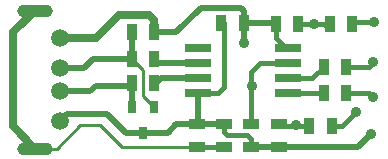
<source format=gbr>
G04 #@! TF.FileFunction,Copper,L1,Top,Signal*
%FSLAX46Y46*%
G04 Gerber Fmt 4.6, Leading zero omitted, Abs format (unit mm)*
G04 Created by KiCad (PCBNEW 4.0.1-3.201512221402+6198~38~ubuntu14.04.1-stable) date Tue 02 Feb 2016 05:40:22 PM CET*
%MOMM*%
G01*
G04 APERTURE LIST*
%ADD10C,0.020000*%
%ADD11C,1.500000*%
%ADD12O,3.000000X1.100000*%
%ADD13R,0.889000X1.397000*%
%ADD14R,0.800100X1.000760*%
%ADD15R,1.397000X0.889000*%
%ADD16R,2.200000X0.700000*%
%ADD17C,0.900000*%
%ADD18C,0.508000*%
%ADD19C,0.381000*%
%ADD20C,0.635000*%
%ADD21C,0.254000*%
G04 APERTURE END LIST*
D10*
D11*
X142969000Y-178857000D03*
X142969000Y-181357000D03*
X142969000Y-183357000D03*
X142969000Y-185857000D03*
D12*
X140869000Y-176507000D03*
X140869000Y-188207000D03*
D13*
X158521500Y-177557000D03*
X156616500Y-177557000D03*
D14*
X149969000Y-186856820D03*
X149016500Y-184657180D03*
X150921500Y-184657180D03*
D13*
X150921500Y-178357000D03*
X149016500Y-178357000D03*
X149016500Y-180607000D03*
X150921500Y-180607000D03*
X149016500Y-182657000D03*
X150921500Y-182657000D03*
D15*
X159131000Y-186118500D03*
X159131000Y-188023500D03*
D13*
X161216500Y-177657000D03*
X163121500Y-177657000D03*
X165766500Y-177607000D03*
X167671500Y-177607000D03*
X165952500Y-186250000D03*
X164047500Y-186250000D03*
D15*
X161469000Y-186154500D03*
X161469000Y-188059500D03*
X154559000Y-188023500D03*
X154559000Y-186118500D03*
D16*
X154659000Y-179702000D03*
X154659000Y-180972000D03*
X154659000Y-182242000D03*
X154659000Y-183512000D03*
X162279000Y-183512000D03*
X162279000Y-182242000D03*
X162279000Y-180972000D03*
X162279000Y-179702000D03*
D15*
X156845000Y-188023500D03*
X156845000Y-186118500D03*
D13*
X165297500Y-183500000D03*
X167202500Y-183500000D03*
X165297500Y-181250000D03*
X167202500Y-181250000D03*
D17*
X158500000Y-179250000D03*
X169250000Y-187000000D03*
X159169000Y-182857000D03*
X162900000Y-186200000D03*
X164469000Y-177657000D03*
X169500000Y-177500000D03*
X167969000Y-185107000D03*
X169469000Y-183857000D03*
X169469000Y-180857000D03*
D18*
X158500000Y-179250000D02*
X158500000Y-177578500D01*
D19*
X158500000Y-177578500D02*
X158521500Y-177557000D01*
X162279000Y-179702000D02*
X162114000Y-179702000D01*
X162114000Y-179702000D02*
X161216500Y-178804500D01*
X161216500Y-178804500D02*
X161216500Y-177657000D01*
D18*
X158521500Y-177557000D02*
X161116500Y-177557000D01*
D19*
X161116500Y-177557000D02*
X161216500Y-177657000D01*
D18*
X158521500Y-177557000D02*
X158521500Y-176509500D01*
X152769000Y-178357000D02*
X150921500Y-178357000D01*
X154869000Y-176257000D02*
X152769000Y-178357000D01*
X158269000Y-176257000D02*
X154869000Y-176257000D01*
X158521500Y-176509500D02*
X158269000Y-176257000D01*
X162279000Y-179702000D02*
X161414000Y-179702000D01*
D19*
X162421500Y-179559500D02*
X162279000Y-179702000D01*
D20*
X142969000Y-178857000D02*
X145969000Y-178857000D01*
X150921500Y-177309500D02*
X150921500Y-178357000D01*
X150469000Y-176857000D02*
X150921500Y-177309500D01*
X147969000Y-176857000D02*
X150469000Y-176857000D01*
X145969000Y-178857000D02*
X147969000Y-176857000D01*
D18*
X161469000Y-188059500D02*
X168190500Y-188059500D01*
X168190500Y-188059500D02*
X169250000Y-187000000D01*
X159131000Y-188023500D02*
X161433000Y-188023500D01*
D19*
X161433000Y-188023500D02*
X161469000Y-188059500D01*
X154659000Y-183512000D02*
X156314000Y-183512000D01*
X156866500Y-182959500D02*
X156866500Y-177557000D01*
X156314000Y-183512000D02*
X156866500Y-182959500D01*
X159131000Y-188023500D02*
X159131000Y-187419000D01*
X156845000Y-186833000D02*
X156845000Y-186118500D01*
X157069000Y-187057000D02*
X156845000Y-186833000D01*
X158769000Y-187057000D02*
X157069000Y-187057000D01*
X159131000Y-187419000D02*
X158769000Y-187057000D01*
X158877000Y-188023500D02*
X159131000Y-188023500D01*
D18*
X149969000Y-186856820D02*
X152069180Y-186856820D01*
X152069180Y-186856820D02*
X152807500Y-186118500D01*
X152807500Y-186118500D02*
X154559000Y-186118500D01*
X154659000Y-186018500D02*
X154559000Y-186118500D01*
X154559000Y-186118500D02*
X156845000Y-186118500D01*
X154659000Y-183512000D02*
X154659000Y-186018500D01*
X142969000Y-185857000D02*
X143569000Y-185257000D01*
X148568820Y-186856820D02*
X149969000Y-186856820D01*
X146969000Y-185257000D02*
X148568820Y-186856820D01*
X143569000Y-185257000D02*
X146969000Y-185257000D01*
X149016500Y-182657000D02*
X149016500Y-184657180D01*
X142969000Y-183357000D02*
X145469000Y-183357000D01*
X145469000Y-183357000D02*
X145969000Y-182857000D01*
X145969000Y-182857000D02*
X149016500Y-182857000D01*
D21*
X150921500Y-184657180D02*
X149969000Y-183704680D01*
X149969000Y-181559500D02*
X149016500Y-180607000D01*
X149969000Y-183704680D02*
X149969000Y-181559500D01*
D18*
X149016500Y-178357000D02*
X149016500Y-180607000D01*
X149016500Y-180607000D02*
X145719000Y-180607000D01*
X145719000Y-180607000D02*
X144969000Y-181357000D01*
X144969000Y-181357000D02*
X142969000Y-181357000D01*
X154659000Y-180972000D02*
X151286500Y-180972000D01*
X151286500Y-180972000D02*
X150921500Y-180607000D01*
X154659000Y-182242000D02*
X151536500Y-182242000D01*
X151536500Y-182242000D02*
X150921500Y-182857000D01*
D19*
X159169000Y-182857000D02*
X159131000Y-182857000D01*
X159131000Y-182857000D02*
X159169000Y-182857000D01*
X159169000Y-182857000D02*
X159131000Y-182857000D01*
X159131000Y-186118500D02*
X159131000Y-182857000D01*
X159131000Y-182857000D02*
X159131000Y-181695000D01*
X159854000Y-180972000D02*
X162279000Y-180972000D01*
X159131000Y-181695000D02*
X159854000Y-180972000D01*
D21*
X162900000Y-186200000D02*
X162900000Y-186250000D01*
X162900000Y-186250000D02*
X162900000Y-186200000D01*
X162900000Y-186200000D02*
X162900000Y-186250000D01*
D19*
X164047500Y-186250000D02*
X162900000Y-186250000D01*
X162900000Y-186250000D02*
X161564500Y-186250000D01*
X161564500Y-186250000D02*
X161469000Y-186154500D01*
X163121500Y-177657000D02*
X164469000Y-177657000D01*
X164469000Y-177657000D02*
X165316500Y-177657000D01*
X165316500Y-177657000D02*
X165766500Y-178107000D01*
D21*
X165766500Y-178107000D02*
X165719000Y-178107000D01*
D19*
X169500000Y-177500000D02*
X167778500Y-177500000D01*
X167778500Y-177500000D02*
X167671500Y-177607000D01*
X165952500Y-186250000D02*
X166826000Y-186250000D01*
X166826000Y-186250000D02*
X167969000Y-185107000D01*
X167202500Y-183500000D02*
X169112000Y-183500000D01*
X169112000Y-183500000D02*
X169469000Y-183857000D01*
X167202500Y-181250000D02*
X169076000Y-181250000D01*
X169076000Y-181250000D02*
X169469000Y-180857000D01*
X162279000Y-183512000D02*
X162291000Y-183500000D01*
X162291000Y-183500000D02*
X165297500Y-183500000D01*
X162279000Y-182242000D02*
X164305500Y-182242000D01*
X164305500Y-182242000D02*
X165297500Y-181250000D01*
D21*
X154559000Y-188023500D02*
X148185500Y-188023500D01*
X142669000Y-188207000D02*
X144669000Y-186207000D01*
X144669000Y-186207000D02*
X146369000Y-186207000D01*
X140869000Y-188207000D02*
X142669000Y-188207000D01*
X148185500Y-188023500D02*
X146369000Y-186207000D01*
D19*
X156845000Y-188023500D02*
X154559000Y-188023500D01*
D20*
X140869000Y-176507000D02*
X140819000Y-176507000D01*
X140819000Y-176507000D02*
X138969000Y-178357000D01*
X138969000Y-178357000D02*
X138969000Y-186107000D01*
X138969000Y-186107000D02*
X138969000Y-186307000D01*
X138969000Y-186307000D02*
X140869000Y-188207000D01*
M02*

</source>
